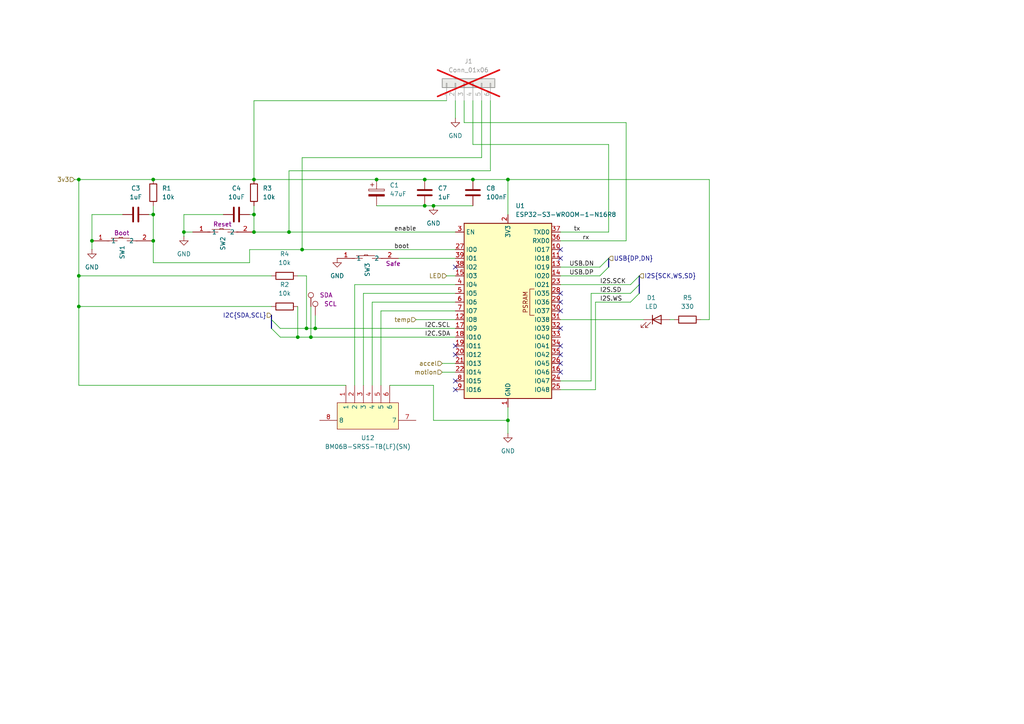
<source format=kicad_sch>
(kicad_sch (version 20250114) (generator "eeschema") (generator_version "9.0")
  (paper "A4")
  (lib_symbols
    (symbol "B3U-1000P_1"
      (property "Reference" "SW" (at -0.508 5.08 0))
      (property "Label" "Button" (at -0.254 2.286 0))
      (symbol "B3U-1000P_1_0_1"
        (polyline (pts (xy -4.57 0) (xy -1.52 0)))
        (polyline (pts (xy -3.3 0.76) (xy 2.03 0.76)))
        (polyline (pts (xy -1.02 0.76) (xy -1.02 1.02) (xy 0 1.02) (xy 0 0.76)))
        (polyline (pts (xy 1.27 0) (xy 4.32 0)))
        (pin unspecified line (at -8.89 0 0) (length 5.08) (name "1") (number "1"))
        (pin unspecified line (at 8.89 0 180) (length 5.08) (name "2") (number "2"))
      )
    )
    (symbol "Connector_Generic:Conn_01x06" (pin_names (offset 1.016) (hide yes))
      (property "Reference" "J" (at 0 7.62 0))
      (property "Value" "Conn_01x06" (at 0 -10.16 0))
      (symbol "Conn_01x06_1_1"
        (rectangle (start -1.27 6.35) (end 1.27 -8.89) (stroke (width 0.254)) (fill (type background)))
        (rectangle (start -1.27 5.207) (end 0 4.953) (stroke (width 0.1524)))
        (rectangle (start -1.27 2.667) (end 0 2.413) (stroke (width 0.1524)))
        (rectangle (start -1.27 0.127) (end 0 -0.127) (stroke (width 0.1524)))
        (rectangle (start -1.27 -2.413) (end 0 -2.667) (stroke (width 0.1524)))
        (rectangle (start -1.27 -4.953) (end 0 -5.207) (stroke (width 0.1524)))
        (rectangle (start -1.27 -7.493) (end 0 -7.747) (stroke (width 0.1524)))
        (pin passive line (at -5.08 5.08 0) (length 3.81) (name "Pin_1") (number "1"))
        (pin passive line (at -5.08 2.54 0) (length 3.81) (name "Pin_2") (number "2"))
        (pin passive line (at -5.08 0 0) (length 3.81) (name "Pin_3") (number "3"))
        (pin passive line (at -5.08 -2.54 0) (length 3.81) (name "Pin_4") (number "4"))
        (pin passive line (at -5.08 -5.08 0) (length 3.81) (name "Pin_5") (number "5"))
        (pin passive line (at -5.08 -7.62 0) (length 3.81) (name "Pin_6") (number "6"))
      )
    )
    (symbol "Device:C" (pin_numbers (hide yes)) (pin_names (offset 0.254))
      (property "Reference" "C" (at 0.635 2.54 0))
      (property "Value" "C" (at 0.635 -2.54 0))
      (symbol "C_0_1"
        (polyline (pts (xy -2.032 0.762) (xy 2.032 0.762)) (stroke (width 0.508)))
        (polyline (pts (xy -2.032 -0.762) (xy 2.032 -0.762)) (stroke (width 0.508)))
      )
      (symbol "C_1_1"
        (pin passive line (at 0 3.81 270) (length 2.794) (name "~") (number "1"))
        (pin passive line (at 0 -3.81 90) (length 2.794) (name "~") (number "2"))
      )
    )
    (symbol "Device:C_Polarized" (pin_numbers (hide yes)) (pin_names (offset 0.254))
      (property "Reference" "C" (at 0.635 2.54 0))
      (property "Value" "C_Polarized" (at 0.635 -2.54 0))
      (symbol "C_Polarized_0_1"
        (rectangle (start -2.286 0.508) (end 2.286 1.016))
        (polyline (pts (xy -1.778 2.286) (xy -0.762 2.286)))
        (polyline (pts (xy -1.27 2.794) (xy -1.27 1.778)))
        (rectangle (start 2.286 -0.508) (end -2.286 -1.016) (fill (type outline)))
      )
      (symbol "C_Polarized_1_1"
        (pin passive line (at 0 3.81 270) (length 2.794) (name "~") (number "1"))
        (pin passive line (at 0 -3.81 90) (length 2.794) (name "~") (number "2"))
      )
    )
    (symbol "Device:LED" (pin_numbers (hide yes)) (pin_names (offset 1.016) (hide yes))
      (property "Reference" "D" (at 0 2.54 0))
      (property "Value" "LED" (at 0 -2.54 0))
      (symbol "LED_0_1"
        (polyline (pts (xy -3.048 -0.762) (xy -4.572 -2.286) (xy -3.81 -2.286) (xy -4.572 -2.286) (xy -4.572 -1.524)))
        (polyline (pts (xy -1.778 -0.762) (xy -3.302 -2.286) (xy -2.54 -2.286) (xy -3.302 -2.286) (xy -3.302 -1.524)))
        (polyline (pts (xy -1.27 0) (xy 1.27 0)))
        (polyline (pts (xy -1.27 -1.27) (xy -1.27 1.27)) (stroke (width 0.254)))
        (polyline (pts (xy 1.27 -1.27) (xy 1.27 1.27) (xy -1.27 0) (xy 1.27 -1.27)) (stroke (width 0.254)))
      )
      (symbol "LED_1_1"
        (pin passive line (at -3.81 0 0) (length 2.54) (name "K") (number "1"))
        (pin passive line (at 3.81 0 180) (length 2.54) (name "A") (number "2"))
      )
    )
    (symbol "Device:R" (pin_numbers (hide yes)) (pin_names (offset 0))
      (property "Reference" "R" (at 2.032 0 90))
      (property "Value" "R" (at 0 0 90))
      (symbol "R_0_1"
        (rectangle (start -1.016 -2.54) (end 1.016 2.54) (stroke (width 0.254)))
      )
      (symbol "R_1_1"
        (pin passive line (at 0 3.81 270) (length 1.27) (name "~") (number "1"))
        (pin passive line (at 0 -3.81 90) (length 1.27) (name "~") (number "2"))
      )
    )
    (symbol "RF_Module:ESP32-S3-WROOM-1"
      (property "Reference" "U" (at -12.7 26.67 0))
      (property "Value" "ESP32-S3-WROOM-1" (at 12.7 26.67 0))
      (symbol "ESP32-S3-WROOM-1_0_0"
        (rectangle (start -12.7 25.4) (end 12.7 -25.4) (stroke (width 0.254)) (fill (type background)))
        (text "PSRAM" (at 5.08 2.54 900) (effects (font (size 1.27 1.27))))
      )
      (symbol "ESP32-S3-WROOM-1_0_1"
        (polyline (pts (xy 7.62 -1.27) (xy 6.35 -1.27) (xy 6.35 6.35) (xy 7.62 6.35)))
      )
      (symbol "ESP32-S3-WROOM-1_1_1"
        (pin input line (at -15.24 22.86 0) (length 2.54) (name "EN") (number "3"))
        (pin bidirectional line (at -15.24 17.78 0) (length 2.54) (name "IO0") (number "27"))
        (pin bidirectional line (at -15.24 15.24 0) (length 2.54) (name "IO1") (number "39"))
        (pin bidirectional line (at -15.24 12.7 0) (length 2.54) (name "IO2") (number "38"))
        (pin bidirectional line (at -15.24 10.16 0) (length 2.54) (name "IO3") (number "15"))
        (pin bidirectional line (at -15.24 7.62 0) (length 2.54) (name "IO4") (number "4"))
        (pin bidirectional line (at -15.24 5.08 0) (length 2.54) (name "IO5") (number "5"))
        (pin bidirectional line (at -15.24 2.54 0) (length 2.54) (name "IO6") (number "6"))
        (pin bidirectional line (at -15.24 0 0) (length 2.54) (name "IO7") (number "7"))
        (pin bidirectional line (at -15.24 -2.54 0) (length 2.54) (name "IO8") (number "12"))
        (pin bidirectional line (at -15.24 -5.08 0) (length 2.54) (name "IO9") (number "17"))
        (pin bidirectional line (at -15.24 -7.62 0) (length 2.54) (name "IO10") (number "18"))
        (pin bidirectional line (at -15.24 -10.16 0) (length 2.54) (name "IO11") (number "19"))
        (pin bidirectional line (at -15.24 -12.7 0) (length 2.54) (name "IO12") (number "20"))
        (pin bidirectional line (at -15.24 -15.24 0) (length 2.54) (name "IO13") (number "21"))
        (pin bidirectional line (at -15.24 -17.78 0) (length 2.54) (name "IO14") (number "22"))
        (pin bidirectional line (at -15.24 -20.32 0) (length 2.54) (name "IO15") (number "8"))
        (pin bidirectional line (at -15.24 -22.86 0) (length 2.54) (name "IO16") (number "9"))
        (pin power_in line (at 0 27.94 270) (length 2.54) (name "3V3") (number "2"))
        (pin power_in line (at 0 -27.94 90) (length 2.54) (name "GND") (number "1"))
        (pin passive line (at 0 -27.94 90) (length 2.54) (hide yes) (name "GND") (number "40"))
        (pin passive line (at 0 -27.94 90) (length 2.54) (hide yes) (name "GND") (number "41"))
        (pin bidirectional line (at 15.24 22.86 180) (length 2.54) (name "TXD0") (number "37"))
        (pin bidirectional line (at 15.24 20.32 180) (length 2.54) (name "RXD0") (number "36"))
        (pin bidirectional line (at 15.24 17.78 180) (length 2.54) (name "IO17") (number "10"))
        (pin bidirectional line (at 15.24 15.24 180) (length 2.54) (name "IO18") (number "11"))
        (pin bidirectional line (at 15.24 12.7 180) (length 2.54) (name "IO19") (number "13"))
        (pin bidirectional line (at 15.24 10.16 180) (length 2.54) (name "IO20") (number "14"))
        (pin bidirectional line (at 15.24 7.62 180) (length 2.54) (name "IO21") (number "23"))
        (pin bidirectional line (at 15.24 5.08 180) (length 2.54) (name "IO35") (number "28"))
        (pin bidirectional line (at 15.24 2.54 180) (length 2.54) (name "IO36") (number "29"))
        (pin bidirectional line (at 15.24 0 180) (length 2.54) (name "IO37") (number "30"))
        (pin bidirectional line (at 15.24 -2.54 180) (length 2.54) (name "IO38") (number "31"))
        (pin bidirectional line (at 15.24 -5.08 180) (length 2.54) (name "IO39") (number "32"))
        (pin bidirectional line (at 15.24 -7.62 180) (length 2.54) (name "IO40") (number "33"))
        (pin bidirectional line (at 15.24 -10.16 180) (length 2.54) (name "IO41") (number "34"))
        (pin bidirectional line (at 15.24 -12.7 180) (length 2.54) (name "IO42") (number "35"))
        (pin bidirectional line (at 15.24 -15.24 180) (length 2.54) (name "IO45") (number "26"))
        (pin bidirectional line (at 15.24 -17.78 180) (length 2.54) (name "IO46") (number "16"))
        (pin bidirectional line (at 15.24 -20.32 180) (length 2.54) (name "IO47") (number "24"))
        (pin bidirectional line (at 15.24 -22.86 180) (length 2.54) (name "IO48") (number "25"))
      )
    )
    (symbol "easyeda2kicad:BM06B-SRSS-TB(LF)(SN)"
      (property "Reference" "U" (at 0 12.7 0))
      (property "Value" "BM06B-SRSS-TB(LF)(SN)" (at 0 -7.62 0))
      (symbol "BM06B-SRSS-TB(LF)(SN)_0_1"
        (rectangle (start -10.16 2.54) (end 7.62 -5.08) (fill (type background)))
        (pin unspecified line (at -15.24 -2.54 0) (length 5.08) (name "8") (number "8"))
        (pin unspecified line (at -7.62 7.62 270) (length 5.08) (name "1") (number "1"))
        (pin unspecified line (at -5.08 7.62 270) (length 5.08) (name "2") (number "2"))
        (pin unspecified line (at -2.54 7.62 270) (length 5.08) (name "3") (number "3"))
        (pin unspecified line (at 0 7.62 270) (length 5.08) (name "4") (number "4"))
        (pin unspecified line (at 2.54 7.62 270) (length 5.08) (name "5") (number "5"))
        (pin unspecified line (at 5.08 7.62 270) (length 5.08) (name "6") (number "6"))
        (pin unspecified line (at 12.7 -2.54 180) (length 5.08) (name "7") (number "7"))
      )
    )
    (symbol "easyeda2kicad:LabeledTestPoint" (pin_numbers (hide yes)) (pin_names (offset 0.762) (hide yes)) (in_bom no)
      (property "Label" "label" (at 0 5.08 0))
      (symbol "LabeledTestPoint_0_1"
        (circle (center 0 3.302) (radius 0.762))
      )
      (symbol "LabeledTestPoint_1_1"
        (pin passive line (at 0 0 90) (length 2.54) (name "1") (number "1"))
      )
    )
    (symbol "power:GND" (power) (pin_numbers (hide yes)) (pin_names (offset 0) (hide yes))
      (property "Value" "GND" (at 0 -3.81 0))
      (symbol "GND_0_1"
        (polyline (pts (xy 0 0) (xy 0 -1.27) (xy 1.27 -1.27) (xy 0 -2.54) (xy -1.27 -1.27) (xy 0 -1.27)))
      )
      (symbol "GND_1_1"
        (pin power_in line (at 0 0 270) (length 0) (name "~") (number "1"))
      )
    )
  )
  (junction (at 123.19 59.69))
  (junction (at 87.63 72.39))
  (junction (at 22.86 88.9))
  (junction (at 109.22 52.07))
  (junction (at 147.32 121.92))
  (junction (at 91.44 95.25))
  (junction (at 73.66 52.07))
  (junction (at 147.32 52.07))
  (junction (at 44.45 52.07))
  (junction (at 137.16 52.07))
  (junction (at 22.86 80.01))
  (junction (at 53.34 67.31))
  (junction (at 88.9 95.25))
  (junction (at 125.73 59.69))
  (junction (at 73.66 67.31))
  (junction (at 26.67 69.85))
  (junction (at 44.45 69.85))
  (junction (at 44.45 62.23))
  (junction (at 83.82 67.31))
  (junction (at 22.86 52.07))
  (junction (at 123.19 52.07))
  (junction (at 73.66 62.23))
  (junction (at 90.17 97.79))
  (junction (at 86.36 97.79))
  (no_connect (at 132.08 102.87))
  (no_connect (at 162.56 102.87))
  (no_connect (at 162.56 105.41))
  (no_connect (at 132.08 113.03))
  (no_connect (at 162.56 87.63))
  (no_connect (at 162.56 74.93))
  (no_connect (at 162.56 107.95))
  (no_connect (at 162.56 72.39))
  (no_connect (at 162.56 100.33))
  (no_connect (at 132.08 77.47))
  (no_connect (at 132.08 100.33))
  (no_connect (at 162.56 85.09))
  (no_connect (at 132.08 110.49))
  (no_connect (at 162.56 90.17))
  (no_connect (at 162.56 95.25))
  (bus_entry (at 176.53 77.47) (size -2.54 2.54))
  (bus_entry (at 185.42 80.01) (size -2.54 2.54))
  (bus_entry (at 176.53 74.93) (size -2.54 2.54))
  (bus_entry (at 185.42 85.09) (size -2.54 2.54))
  (bus_entry (at 78.74 92.71) (size 2.54 2.54))
  (bus_entry (at 78.74 95.25) (size 2.54 2.54))
  (bus_entry (at 185.42 82.55) (size -2.54 2.54))
  (bus (pts (xy 185.42 82.55) (xy 185.42 85.09)))
  (wire (pts (xy 53.34 67.31) (xy 53.34 68.58)))
  (wire (pts (xy 113.03 111.76) (xy 125.73 111.76)))
  (wire (pts (xy 147.32 118.11) (xy 147.32 121.92)))
  (wire (pts (xy 139.7 45.72) (xy 87.63 45.72)))
  (wire (pts (xy 73.66 62.23) (xy 73.66 67.31)))
  (wire (pts (xy 110.49 90.17) (xy 132.08 90.17)))
  (wire (pts (xy 205.74 92.71) (xy 205.74 52.07)))
  (wire (pts (xy 171.45 110.49) (xy 171.45 85.09)))
  (wire (pts (xy 132.08 82.55) (xy 102.87 82.55)))
  (wire (pts (xy 44.45 59.69) (xy 44.45 62.23)))
  (wire (pts (xy 203.2 92.71) (xy 205.74 92.71)))
  (wire (pts (xy 22.86 52.07) (xy 44.45 52.07)))
  (wire (pts (xy 53.34 62.23) (xy 53.34 67.31)))
  (wire (pts (xy 91.44 95.25) (xy 132.08 95.25)))
  (wire (pts (xy 90.17 88.9) (xy 90.17 97.79)))
  (wire (pts (xy 86.36 80.01) (xy 88.9 80.01)))
  (wire (pts (xy 176.53 41.91) (xy 176.53 67.31)))
  (wire (pts (xy 176.53 67.31) (xy 162.56 67.31)))
  (wire (pts (xy 128.27 105.41) (xy 132.08 105.41)))
  (wire (pts (xy 125.73 121.92) (xy 147.32 121.92)))
  (wire (pts (xy 129.54 29.21) (xy 73.66 29.21)))
  (wire (pts (xy 73.66 52.07) (xy 109.22 52.07)))
  (wire (pts (xy 81.28 95.25) (xy 88.9 95.25)))
  (wire (pts (xy 137.16 52.07) (xy 147.32 52.07)))
  (wire (pts (xy 64.77 62.23) (xy 53.34 62.23)))
  (wire (pts (xy 123.19 59.69) (xy 125.73 59.69)))
  (wire (pts (xy 44.45 62.23) (xy 44.45 69.85)))
  (wire (pts (xy 123.19 52.07) (xy 137.16 52.07)))
  (wire (pts (xy 109.22 59.69) (xy 123.19 59.69)))
  (wire (pts (xy 137.16 41.91) (xy 176.53 41.91)))
  (wire (pts (xy 162.56 110.49) (xy 171.45 110.49)))
  (wire (pts (xy 132.08 29.21) (xy 132.08 34.29)))
  (bus (pts (xy 176.53 74.93) (xy 176.53 77.47)))
  (wire (pts (xy 91.44 91.44) (xy 91.44 95.25)))
  (wire (pts (xy 21.59 52.07) (xy 22.86 52.07)))
  (wire (pts (xy 128.27 107.95) (xy 132.08 107.95)))
  (wire (pts (xy 105.41 85.09) (xy 105.41 111.76)))
  (wire (pts (xy 142.24 49.53) (xy 83.82 49.53)))
  (wire (pts (xy 78.74 88.9) (xy 22.86 88.9)))
  (wire (pts (xy 88.9 80.01) (xy 88.9 95.25)))
  (wire (pts (xy 55.88 67.31) (xy 53.34 67.31)))
  (wire (pts (xy 86.36 88.9) (xy 86.36 97.79)))
  (wire (pts (xy 44.45 76.2) (xy 72.39 76.2)))
  (wire (pts (xy 162.56 82.55) (xy 182.88 82.55)))
  (wire (pts (xy 162.56 92.71) (xy 186.69 92.71)))
  (wire (pts (xy 43.18 62.23) (xy 44.45 62.23)))
  (wire (pts (xy 205.74 52.07) (xy 147.32 52.07)))
  (wire (pts (xy 22.86 111.76) (xy 22.86 88.9)))
  (wire (pts (xy 90.17 97.79) (xy 132.08 97.79)))
  (wire (pts (xy 181.61 35.56) (xy 181.61 69.85)))
  (wire (pts (xy 120.65 92.71) (xy 132.08 92.71)))
  (wire (pts (xy 102.87 82.55) (xy 102.87 111.76)))
  (wire (pts (xy 134.62 29.21) (xy 134.62 35.56)))
  (wire (pts (xy 134.62 35.56) (xy 181.61 35.56)))
  (wire (pts (xy 81.28 97.79) (xy 86.36 97.79)))
  (wire (pts (xy 87.63 72.39) (xy 132.08 72.39)))
  (wire (pts (xy 147.32 121.92) (xy 147.32 125.73)))
  (wire (pts (xy 162.56 69.85) (xy 181.61 69.85)))
  (wire (pts (xy 88.9 95.25) (xy 91.44 95.25)))
  (wire (pts (xy 162.56 113.03) (xy 172.72 113.03)))
  (wire (pts (xy 110.49 111.76) (xy 110.49 90.17)))
  (wire (pts (xy 22.86 80.01) (xy 78.74 80.01)))
  (wire (pts (xy 172.72 113.03) (xy 172.72 87.63)))
  (wire (pts (xy 72.39 62.23) (xy 73.66 62.23)))
  (wire (pts (xy 115.57 74.93) (xy 132.08 74.93)))
  (wire (pts (xy 172.72 87.63) (xy 182.88 87.63)))
  (wire (pts (xy 26.67 62.23) (xy 26.67 69.85)))
  (wire (pts (xy 35.56 62.23) (xy 26.67 62.23)))
  (wire (pts (xy 162.56 80.01) (xy 173.99 80.01)))
  (wire (pts (xy 142.24 29.21) (xy 142.24 49.53)))
  (wire (pts (xy 194.31 92.71) (xy 195.58 92.71)))
  (wire (pts (xy 107.95 111.76) (xy 107.95 87.63)))
  (wire (pts (xy 137.16 29.21) (xy 137.16 41.91)))
  (wire (pts (xy 100.33 111.76) (xy 22.86 111.76)))
  (wire (pts (xy 22.86 80.01) (xy 22.86 88.9)))
  (wire (pts (xy 139.7 29.21) (xy 139.7 45.72)))
  (wire (pts (xy 44.45 69.85) (xy 44.45 76.2)))
  (wire (pts (xy 129.54 80.01) (xy 132.08 80.01)))
  (wire (pts (xy 72.39 72.39) (xy 87.63 72.39)))
  (wire (pts (xy 72.39 76.2) (xy 72.39 72.39)))
  (wire (pts (xy 147.32 52.07) (xy 147.32 62.23)))
  (wire (pts (xy 86.36 97.79) (xy 90.17 97.79)))
  (wire (pts (xy 107.95 87.63) (xy 132.08 87.63)))
  (wire (pts (xy 162.56 77.47) (xy 173.99 77.47)))
  (wire (pts (xy 22.86 52.07) (xy 22.86 80.01)))
  (wire (pts (xy 105.41 85.09) (xy 132.08 85.09)))
  (wire (pts (xy 73.66 29.21) (xy 73.66 52.07)))
  (wire (pts (xy 171.45 85.09) (xy 182.88 85.09)))
  (wire (pts (xy 73.66 59.69) (xy 73.66 62.23)))
  (wire (pts (xy 83.82 67.31) (xy 132.08 67.31)))
  (wire (pts (xy 87.63 45.72) (xy 87.63 72.39)))
  (bus (pts (xy 78.74 92.71) (xy 78.74 95.25)))
  (wire (pts (xy 83.82 49.53) (xy 83.82 67.31)))
  (wire (pts (xy 44.45 52.07) (xy 73.66 52.07)))
  (bus (pts (xy 78.74 91.44) (xy 78.74 92.71)))
  (wire (pts (xy 26.67 69.85) (xy 26.67 72.39)))
  (bus (pts (xy 185.42 80.01) (xy 185.42 82.55)))
  (wire (pts (xy 109.22 52.07) (xy 123.19 52.07)))
  (wire (pts (xy 125.73 59.69) (xy 137.16 59.69)))
  (wire (pts (xy 125.73 111.76) (xy 125.73 121.92)))
  (wire (pts (xy 73.66 67.31) (xy 83.82 67.31)))
  (label "rx" (at 168.91 69.85 0))
  (label "I2C.SCL" (at 123.19 95.25 0))
  (label "I2S.WS" (at 173.99 87.63 0))
  (label "tx" (at 166.37 67.31 0))
  (label "enable" (at 114.3 67.31 0))
  (label "boot" (at 114.3 72.39 0))
  (label "I2C.SDA" (at 123.19 97.79 0))
  (label "USB.DP" (at 165.1 80.01 0))
  (label "I2S.SCK" (at 173.99 82.55 0))
  (label "I2S.SD" (at 173.99 85.09 0))
  (label "USB.DN" (at 165.1 77.47 0))
  (hierarchical_label "LED" (shape input) (at 129.54 80.01 180))
  (hierarchical_label "temp" (shape input) (at 120.65 92.71 180))
  (hierarchical_label "I2S{SCK,WS,SD}" (shape input) (at 185.42 80.01 0))
  (hierarchical_label "accel" (shape input) (at 128.27 105.41 180))
  (hierarchical_label "USB{DP,DN}" (shape input) (at 176.53 74.93 0))
  (hierarchical_label "I2C{SDA,SCL}" (shape input) (at 78.74 91.44 180))
  (hierarchical_label "motion" (shape input) (at 128.27 107.95 180))
  (hierarchical_label "3v3" (shape input) (at 21.59 52.07 180))
  (symbol (lib_id "power:GND") (at 26.67 72.39 0) (unit 1)
    (property "Reference" "#PWR04" (effects (hide yes)))
    (property "Value" "GND" (at 26.67 77.47 0))
    (property "Description" "Power symbol creates a global label with name \"GND\" , ground" (effects (hide yes)))
  )
  (symbol (lib_id "power:GND") (at 147.32 125.73 0) (unit 1)
    (property "Reference" "#PWR08" (effects (hide yes)))
    (property "Value" "GND" (at 147.32 130.81 0))
    (property "Description" "Power symbol creates a global label with name \"GND\" , ground" (effects (hide yes)))
  )
  (symbol (lib_id "Device:R") (at 82.55 88.9 90) (unit 1)
    (property "Reference" "R2" (at 82.55 82.55 90))
    (property "Value" "10k" (at 82.55 85.09 90))
    (property "Footprint" "Resistor_SMD:R_0603_1608Metric" (effects (hide yes)))
    (property "Description" "Resistor" (effects (hide yes)))
  )
  (symbol (lib_name "B3U-1000P_1") (lib_id "easyeda2kicad:B3U-1000P") (at 35.56 69.85 0) (unit 1)
    (property "Reference" "SW1" (at 35.4351 71.12 90) (effects (justify right)))
    (property "Value" "KEY-SMD_B3U-1000PM" (effects (hide yes)))
    (property "Footprint" "easyeda2kicad:KEY-SMD_B3U-1000PM" (effects (hide yes)))
    (property "Datasheet" "https://lcsc.com/product-detail/Others_Omron-Electronics_B3U-1000P_Omron-Electronics-B3U-1000P_C231329.html" (effects (hide yes)))
    (property "Description" "Reset" (effects (hide yes)))
    (property "LCSC Part" "C231329" (effects (hide yes)))
    (property "Field6" "Reset" (effects (hide yes)))
    (property "Label" "Boot" (at 35.306 67.564 0))
  )
  (symbol (lib_id "easyeda2kicad:LabeledTestPoint") (at 91.44 91.44 0) (unit 1) (in_bom no)
    (property "Reference" "TP11" (effects (hide yes)))
    (property "Value" "LabeledTestPoint" (effects (hide yes)))
    (property "Footprint" "easyeda2kicad:LabeledTestPoint" (effects (hide yes)))
    (property "Description" "test point" (effects (hide yes)))
    (property "Label" "SCL" (at 93.98 88.1379 0) (effects (justify left)))
  )
  (symbol (lib_id "Device:C") (at 39.37 62.23 270) (unit 1)
    (property "Reference" "C3" (at 39.37 54.61 90))
    (property "Value" "1uF" (at 39.37 57.15 90))
    (property "Footprint" "Capacitor_SMD:C_0603_1608Metric" (effects (hide yes)))
    (property "Description" "Unpolarized capacitor" (effects (hide yes)))
  )
  (symbol (lib_id "power:GND") (at 53.34 68.58 0) (unit 1)
    (property "Reference" "#PWR05" (effects (hide yes)))
    (property "Value" "GND" (at 53.34 73.66 0))
    (property "Description" "Power symbol creates a global label with name \"GND\" , ground" (effects (hide yes)))
  )
  (symbol (lib_id "Device:C_Polarized") (at 109.22 55.88 0) (unit 1)
    (property "Reference" "C1" (at 113.03 53.7209 0) (effects (justify left)))
    (property "Value" "47uF" (at 113.03 56.2609 0) (effects (justify left)))
    (property "Footprint" "Capacitor_SMD:CP_Elec_6.3x5.9" (effects (hide yes)))
    (property "Datasheet" "https://lcsc.com/product-detail/Solid-Polymer-Electrolytic-Capacitor_PANASONIC-35SVPK47M_C264034.html" (effects (hide yes)))
    (property "Description" "Polarized capacitor" (effects (hide yes)))
    (property "LCSC Part" "C264034" (effects (hide yes)))
  )
  (symbol (lib_id "easyeda2kicad:LabeledTestPoint") (at 90.17 88.9 0) (unit 1) (in_bom no)
    (property "Reference" "TP10" (effects (hide yes)))
    (property "Value" "LabeledTestPoint" (effects (hide yes)))
    (property "Footprint" "easyeda2kicad:LabeledTestPoint" (effects (hide yes)))
    (property "Description" "test point" (effects (hide yes)))
    (property "Label" "SDA" (at 92.71 85.5979 0) (effects (justify left)))
  )
  (symbol (lib_id "power:GND") (at 97.79 74.93 0) (unit 1)
    (property "Reference" "#PWR057" (effects (hide yes)))
    (property "Value" "GND" (at 97.79 80.01 0))
    (property "Description" "Power symbol creates a global label with name \"GND\" , ground" (effects (hide yes)))
  )
  (symbol (lib_id "Device:R") (at 73.66 55.88 180) (unit 1)
    (property "Reference" "R3" (at 76.2 54.6099 0) (effects (justify right)))
    (property "Value" "10k" (at 76.2 57.1499 0) (effects (justify right)))
    (property "Footprint" "Resistor_SMD:R_0603_1608Metric" (effects (hide yes)))
    (property "Description" "Resistor" (effects (hide yes)))
  )
  (symbol (lib_name "B3U-1000P_1") (lib_id "easyeda2kicad:B3U-1000P") (at 106.68 74.93 0) (unit 1)
    (property "Reference" "SW3" (at 106.5551 76.2 90) (effects (justify right)))
    (property "Value" "KEY-SMD_B3U-1000PM" (effects (hide yes)))
    (property "Footprint" "easyeda2kicad:KEY-SMD_B3U-1000PM" (effects (hide yes)))
    (property "Datasheet" "https://lcsc.com/product-detail/Others_Omron-Electronics_B3U-1000P_Omron-Electronics-B3U-1000P_C231329.html" (effects (hide yes)))
    (property "Description" "Reset" (effects (hide yes)))
    (property "LCSC Part" "C231329" (effects (hide yes)))
    (property "Field6" "Reset" (effects (hide yes)))
    (property "Label" "Safe" (at 114.046 76.454 0))
  )
  (symbol (lib_id "Device:LED") (at 190.5 92.71 0) (unit 1)
    (property "Reference" "D1" (at 188.9125 86.36 0))
    (property "Value" "LED" (at 188.9125 88.9 0))
    (property "Footprint" "LED_SMD:LED_0603_1608Metric" (effects (hide yes)))
    (property "Description" "Light emitting diode" (effects (hide yes)))
    (property "Sim.Pins" "1=K 2=A" (effects (hide yes)))
    (property "LCSC Part" "C2290" (effects (hide yes)))
  )
  (symbol (lib_id "Device:R") (at 199.39 92.71 90) (unit 1)
    (property "Reference" "R5" (at 199.39 86.36 90))
    (property "Value" "330" (at 199.39 88.9 90))
    (property "Footprint" "Resistor_SMD:R_0603_1608Metric" (effects (hide yes)))
    (property "Description" "Resistor" (effects (hide yes)))
  )
  (symbol (lib_id "Device:R") (at 44.45 55.88 180) (unit 1)
    (property "Reference" "R1" (at 46.99 54.6099 0) (effects (justify right)))
    (property "Value" "10k" (at 46.99 57.1499 0) (effects (justify right)))
    (property "Footprint" "Resistor_SMD:R_0603_1608Metric" (effects (hide yes)))
    (property "Description" "Resistor" (effects (hide yes)))
  )
  (symbol (lib_id "power:GND") (at 132.08 34.29 0) (unit 1)
    (property "Reference" "#PWR07" (effects (hide yes)))
    (property "Value" "GND" (at 132.08 39.37 0))
    (property "Description" "Power symbol creates a global label with name \"GND\" , ground" (effects (hide yes)))
  )
  (symbol (lib_id "Device:C") (at 137.16 55.88 0) (unit 1)
    (property "Reference" "C8" (at 140.97 54.6099 0) (effects (justify left)))
    (property "Value" "100nF" (at 140.97 57.1499 0) (effects (justify left)))
    (property "Footprint" "Capacitor_SMD:C_0603_1608Metric" (effects (hide yes)))
    (property "Description" "Unpolarized capacitor" (effects (hide yes)))
  )
  (symbol (lib_id "Device:C") (at 68.58 62.23 270) (unit 1)
    (property "Reference" "C4" (at 68.58 54.61 90))
    (property "Value" "10uF" (at 68.58 57.15 90))
    (property "Footprint" "Capacitor_SMD:C_0805_2012Metric" (effects (hide yes)))
    (property "Description" "Unpolarized capacitor" (effects (hide yes)))
  )
  (symbol (lib_id "RF_Module:ESP32-S3-WROOM-1") (at 147.32 90.17 0) (unit 1)
    (property "Reference" "U1" (at 149.5141 59.69 0) (effects (justify left)))
    (property "Value" "ESP32-S3-WROOM-1-N16R8" (at 149.5141 62.23 0) (effects (justify left)))
    (property "Footprint" "RF_Module:ESP32-S3-WROOM-1" (effects (hide yes)))
    (property "Datasheet" "https://www.espressif.com/sites/default/files/documentation/esp32-s3-wroom-1_wroom-1u_datasheet_en.pdf" (effects (hide yes)))
    (property "Description" "RF Module, ESP32-S3 SoC, Wi-Fi 802.11b/g/n, Bluetooth, BLE, 32-bit, 3.3V, onboard antenna, SMD" (effects (hide yes)))
  )
  (symbol (lib_id "Connector_Generic:Conn_01x06") (at 134.62 24.13 90) (unit 1) (in_bom no) (dnp yes)
    (property "Reference" "J1" (at 135.89 17.78 90))
    (property "Value" "Conn_01x06" (at 135.89 20.32 90))
    (property "Footprint" "Connector_PinHeader_2.54mm:PinHeader_1x06_P2.54mm_Vertical" (effects (hide yes)))
    (property "Description" "Generic connector, single row, 01x06, script generated (kicad-library-utils/schlib/autogen/connector/)" (effects (hide yes)))
  )
  (symbol (lib_id "power:GND") (at 125.73 59.69 0) (unit 1)
    (property "Reference" "#PWR06" (effects (hide yes)))
    (property "Value" "GND" (at 125.73 64.77 0))
    (property "Description" "Power symbol creates a global label with name \"GND\" , ground" (effects (hide yes)))
  )
  (symbol (lib_id "Device:C") (at 123.19 55.88 0) (unit 1)
    (property "Reference" "C7" (at 127 54.6099 0) (effects (justify left)))
    (property "Value" "1uF" (at 127 57.1499 0) (effects (justify left)))
    (property "Footprint" "Capacitor_SMD:C_0603_1608Metric" (effects (hide yes)))
    (property "Description" "Unpolarized capacitor" (effects (hide yes)))
  )
  (symbol (lib_name "B3U-1000P_1") (lib_id "easyeda2kicad:B3U-1000P") (at 64.77 67.31 0) (unit 1)
    (property "Reference" "SW2" (at 64.6451 68.58 90) (effects (justify right)))
    (property "Value" "KEY-SMD_B3U-1000PM" (effects (hide yes)))
    (property "Footprint" "easyeda2kicad:KEY-SMD_B3U-1000PM" (effects (hide yes)))
    (property "Datasheet" "https://lcsc.com/product-detail/Others_Omron-Electronics_B3U-1000P_Omron-Electronics-B3U-1000P_C231329.html" (effects (hide yes)))
    (property "Description" "Reset" (effects (hide yes)))
    (property "LCSC Part" "C231329" (effects (hide yes)))
    (property "Field6" "Reset" (effects (hide yes)))
    (property "Label" "Reset" (at 64.516 65.024 0))
  )
  (symbol (lib_id "easyeda2kicad:BM06B-SRSS-TB(LF)(SN)") (at 107.95 119.38 0) (unit 1)
    (property "Reference" "U12" (at 106.68 127 0))
    (property "Value" "BM06B-SRSS-TB(LF)(SN)" (at 106.68 129.54 0))
    (property "Footprint" "easyeda2kicad:CONN-SMD-6P-P1.00_BM06B-SRSS-TB-LF-SN" (effects (hide yes)))
    (property "Datasheet" "https://lcsc.com/product-detail/Others_JST-Sales-America__JST-Sales-America-BM06B-SRSS-TB-LF-SN_C160392.html" (effects (hide yes)))
    (property "LCSC Part" "C160392" (effects (hide yes)))
  )
  (symbol (lib_id "Device:R") (at 82.55 80.01 90) (unit 1)
    (property "Reference" "R4" (at 82.55 73.66 90))
    (property "Value" "10k" (at 82.55 76.2 90))
    (property "Footprint" "Resistor_SMD:R_0603_1608Metric" (effects (hide yes)))
    (property "Description" "Resistor" (effects (hide yes)))
  )
)
</source>
